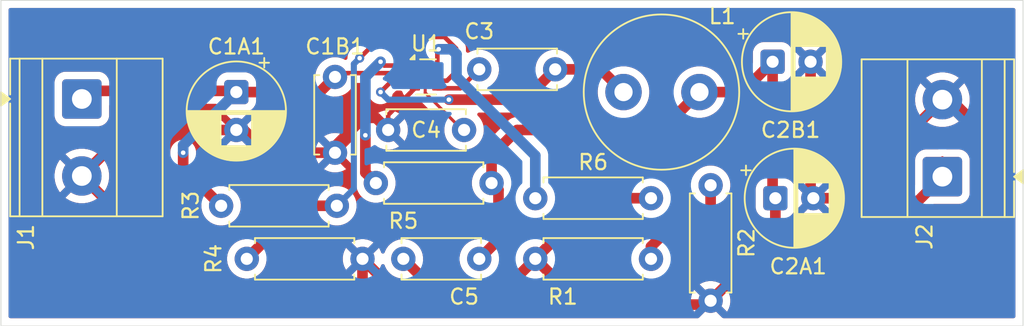
<source format=kicad_pcb>
(kicad_pcb (version 20241229) (generator "pcbnew") (generator_version "9.0")
  (layers (0 "F.Cu" signal) (2 "B.Cu" signal) (13 "F.Paste" user) (15 "B.Paste" user) (5 "F.SilkS" user "F.Silkscreen") (7 "B.SilkS" user "B.Silkscreen") (1 "F.Mask" user) (3 "B.Mask" user) (25 "Edge.Cuts" user))
  (net 0 "")
  (net 1 "GND")
  (net 2 "24V")
  (net 3 "VOUT")
  (net 4 "Net-(U1-SW)")
  (net 5 "Net-(U1-BST)")
  (net 6 "Net-(U1-SS)")
  (net 7 "Net-(C5-Pad1)")
  (net 8 "Net-(U1-EN)")
  (net 9 "Net-(U1-PG)")
  (net 10 "Net-(U1-FB)")
  (footprint "Capacitor_THT:CP_Radial_D6.3mm_P2.50mm" (layer "F.Cu") (at 177.817621 64.5)
    (property "Reference" "C2B1" (at 1.182379 4.5 0) (layer "F.SilkS"))
    (property "Value" "22uF")
    (pad "1" thru_hole roundrect (at 0 0) (size 1.6 1.6) (drill 0.8) (layers "*.Cu" "*.Mask") (roundrect_rratio 0.15625) (net 3 "VOUT"))
    (pad "2" thru_hole circle (at 2.5 0) (size 1.6 1.6) (drill 0.8) (layers "*.Cu" "*.Mask") (net 1 "GND"))
  )
  (footprint "Capacitor_THT:C_Disc_D5.0mm_W2.5mm_P5.00mm" (layer "F.Cu") (at 158.5 65)
    (property "Reference" "C3" (at 0 -2.5 0) (layer "F.SilkS"))
    (property "Value" "0.1uF")
    (pad "1" thru_hole circle (at 0 0) (size 1.6 1.6) (drill 0.8) (layers "*.Cu" "*.Mask") (net 5 "Net-(U1-BST)"))
    (pad "2" thru_hole circle (at 5 0) (size 1.6 1.6) (drill 0.8) (layers "*.Cu" "*.Mask") (net 4 "Net-(U1-SW)"))
  )
  (footprint "Capacitor_THT:CP_Radial_D6.3mm_P2.50mm" (layer "F.Cu") (at 142.5 66.5 -90)
    (property "Reference" "C1A1" (at -3 0 180) (layer "F.SilkS"))
    (property "Value" "22uF")
    (pad "1" thru_hole roundrect (at 0 0 270) (size 1.6 1.6) (drill 0.8) (layers "*.Cu" "*.Mask") (roundrect_rratio 0.15625) (net 2 "24V"))
    (pad "2" thru_hole circle (at 2.5 0 270) (size 1.6 1.6) (drill 0.8) (layers "*.Cu" "*.Mask") (net 1 "GND"))
  )
  (footprint "Package_TO_SOT_SMD:SOT-583-8" (layer "F.Cu") (at 155 65.5)
    (property "Reference" "U1" (at 0 -2.2 0) (layer "F.SilkS"))
    (property "Value" "~")
    (pad "1" smd roundrect (at -0.74 -0.75) (size 0.67 0.3) (layers "F.Cu" "F.Mask" "F.Paste") (roundrect_rratio 0.1666666667) (net 9 "Net-(U1-PG)"))
    (pad "2" smd roundrect (at -0.74 -0.25) (size 0.67 0.3) (layers "F.Cu" "F.Mask" "F.Paste") (roundrect_rratio 0.1666666667) (net 2 "24V"))
    (pad "3" smd roundrect (at -0.74 0.25) (size 0.67 0.3) (layers "F.Cu" "F.Mask" "F.Paste") (roundrect_rratio 0.1666666667) (net 4 "Net-(U1-SW)"))
    (pad "4" smd roundrect (at -0.74 0.75) (size 0.67 0.3) (layers "F.Cu" "F.Mask" "F.Paste") (roundrect_rratio 0.1666666667) (net 1 "GND"))
    (pad "5" smd roundrect (at 0.74 0.75) (size 0.67 0.3) (layers "F.Cu" "F.Mask" "F.Paste") (roundrect_rratio 0.1666666667) (net 5 "Net-(U1-BST)"))
    (pad "6" smd roundrect (at 0.74 0.25) (size 0.67 0.3) (layers "F.Cu" "F.Mask" "F.Paste") (roundrect_rratio 0.1666666667) (net 8 "Net-(U1-EN)"))
    (pad "7" smd roundrect (at 0.74 -0.25) (size 0.67 0.3) (layers "F.Cu" "F.Mask" "F.Paste") (roundrect_rratio 0.1666666667) (net 6 "Net-(U1-SS)"))
    (pad "8" smd roundrect (at 0.74 -0.75) (size 0.67 0.3) (layers "F.Cu" "F.Mask" "F.Paste") (roundrect_rratio 0.1666666667) (net 10 "Net-(U1-FB)"))
  )
  (footprint "Capacitor_THT:C_Disc_D5.0mm_W2.5mm_P5.00mm" (layer "F.Cu") (at 149 65.5 -90)
    (property "Reference" "C1B1" (at -2 0 180) (layer "F.SilkS"))
    (property "Value" "0.1uF")
    (pad "1" thru_hole circle (at 0 0 270) (size 1.6 1.6) (drill 0.8) (layers "*.Cu" "*.Mask") (net 2 "24V"))
    (pad "2" thru_hole circle (at 5 0 270) (size 1.6 1.6) (drill 0.8) (layers "*.Cu" "*.Mask") (net 1 "GND"))
  )
  (footprint "Resistor_THT:R_Axial_DIN0207_L6.3mm_D2.5mm_P7.62mm_Horizontal" (layer "F.Cu") (at 143.19 77.5)
    (property "Reference" "R4" (at -2.19 0 90) (layer "F.SilkS"))
    (property "Value" "49.9k")
    (pad "1" thru_hole circle (at 0 0) (size 1.6 1.6) (drill 0.8) (layers "*.Cu" "*.Mask") (net 8 "Net-(U1-EN)"))
    (pad "2" thru_hole circle (at 7.62 0) (size 1.6 1.6) (drill 0.8) (layers "*.Cu" "*.Mask") (net 1 "GND"))
  )
  (footprint "Resistor_THT:R_Axial_DIN0207_L6.3mm_D2.5mm_P7.62mm_Horizontal" (layer "F.Cu") (at 162.19 73.5)
    (property "Reference" "R6" (at 3.81 -2.37 0) (layer "F.SilkS"))
    (property "Value" "10k")
    (pad "1" thru_hole circle (at 0 0) (size 1.6 1.6) (drill 0.8) (layers "*.Cu" "*.Mask") (net 10 "Net-(U1-FB)"))
    (pad "2" thru_hole circle (at 7.62 0) (size 1.6 1.6) (drill 0.8) (layers "*.Cu" "*.Mask") (net 7 "Net-(C5-Pad1)"))
  )
  (footprint "Resistor_THT:R_Axial_DIN0207_L6.3mm_D2.5mm_P7.62mm_Horizontal" (layer "F.Cu") (at 173.736 72.644 -90)
    (property "Reference" "R2" (at 3.81 -2.37 90) (layer "F.SilkS"))
    (property "Value" "10k")
    (pad "1" thru_hole circle (at 0 0 270) (size 1.6 1.6) (drill 0.8) (layers "*.Cu" "*.Mask") (net 7 "Net-(C5-Pad1)"))
    (pad "2" thru_hole circle (at 7.62 0 270) (size 1.6 1.6) (drill 0.8) (layers "*.Cu" "*.Mask") (net 1 "GND"))
  )
  (footprint "Inductor_THT:L_Radial_D10.0mm_P5.00mm_Neosid_SD12k_style3" (layer "F.Cu") (at 168 66.5)
    (property "Reference" "L1" (at 6.5 -5 0) (layer "F.SilkS"))
    (property "Value" "6.6uH")
    (pad "1" thru_hole circle (at 0 0) (size 2.4 2.4) (drill 1.2) (layers "*.Cu" "*.Mask") (net 4 "Net-(U1-SW)"))
    (pad "2" thru_hole circle (at 5 0) (size 2.4 2.4) (drill 1.2) (layers "*.Cu" "*.Mask") (net 3 "VOUT"))
  )
  (footprint "Capacitor_THT:CP_Radial_D6.3mm_P2.50mm" (layer "F.Cu") (at 178 73.5)
    (property "Reference" "C2A1" (at 1.5 4.5 180) (layer "F.SilkS"))
    (property "Value" "22uF")
    (pad "1" thru_hole roundrect (at 0 0) (size 1.6 1.6) (drill 0.8) (layers "*.Cu" "*.Mask") (roundrect_rratio 0.15625) (net 3 "VOUT"))
    (pad "2" thru_hole circle (at 2.5 0) (size 1.6 1.6) (drill 0.8) (layers "*.Cu" "*.Mask") (net 1 "GND"))
  )
  (footprint "TerminalBlock_Phoenix:TerminalBlock_Phoenix_MKDS-1,5-2-5.08_1x02_P5.08mm_Horizontal" (layer "F.Cu") (at 189 72.08 90)
    (property "Reference" "J2" (at -3.955 -1.1725 90) (layer "F.SilkS"))
    (property "Value" "Screw_Terminal_01x02" (hide yes))
    (pad "1" thru_hole roundrect (at 0 0 90) (size 2.6 2.6) (drill 1.3) (layers "*.Cu" "*.Mask") (roundrect_rratio 0.096154) (net 3 "VOUT"))
    (pad "2" thru_hole circle (at 5.08 0 90) (size 2.6 2.6) (drill 1.3) (layers "*.Cu" "*.Mask") (net 1 "GND"))
  )
  (footprint "Resistor_THT:R_Axial_DIN0207_L6.3mm_D2.5mm_P7.62mm_Horizontal" (layer "F.Cu") (at 141.5 74)
    (property "Reference" "R3" (at -2 0 90) (layer "F.SilkS"))
    (property "Value" "191k")
    (pad "1" thru_hole circle (at 0 0) (size 1.6 1.6) (drill 0.8) (layers "*.Cu" "*.Mask") (net 2 "24V"))
    (pad "2" thru_hole circle (at 7.62 0) (size 1.6 1.6) (drill 0.8) (layers "*.Cu" "*.Mask") (net 8 "Net-(U1-EN)"))
  )
  (footprint "Resistor_THT:R_Axial_DIN0207_L6.3mm_D2.5mm_P7.62mm_Horizontal" (layer "F.Cu") (at 162.19 77.5)
    (property "Reference" "R1" (at 1.81 2.5 0) (layer "F.SilkS"))
    (property "Value" "90.9k")
    (pad "1" thru_hole circle (at 0 0) (size 1.6 1.6) (drill 0.8) (layers "*.Cu" "*.Mask") (net 7 "Net-(C5-Pad1)"))
    (pad "2" thru_hole circle (at 7.62 0) (size 1.6 1.6) (drill 0.8) (layers "*.Cu" "*.Mask") (net 3 "VOUT"))
  )
  (footprint "Capacitor_THT:C_Disc_D5.0mm_W2.5mm_P5.00mm" (layer "F.Cu") (at 153.5 77.5)
    (property "Reference" "C5" (at 4 2.5 0) (layer "F.SilkS"))
    (property "Value" "300pF")
    (pad "1" thru_hole circle (at 0 0) (size 1.6 1.6) (drill 0.8) (layers "*.Cu" "*.Mask") (net 7 "Net-(C5-Pad1)"))
    (pad "2" thru_hole circle (at 5 0) (size 1.6 1.6) (drill 0.8) (layers "*.Cu" "*.Mask") (net 3 "VOUT"))
  )
  (footprint "TerminalBlock_Phoenix:TerminalBlock_Phoenix_MKDS-1,5-2-5.08_1x02_P5.08mm_Horizontal" (layer "F.Cu") (at 132.3275 66.955 -90)
    (property "Reference" "J1" (at 9.118 3.6765 90) (layer "F.SilkS"))
    (property "Value" "Screw_Terminal_01x02" (hide yes))
    (pad "1" thru_hole roundrect (at 0 0 270) (size 2.6 2.6) (drill 1.3) (layers "*.Cu" "*.Mask") (roundrect_rratio 0.096154) (net 2 "24V"))
    (pad "2" thru_hole circle (at 5.08 0 270) (size 2.6 2.6) (drill 1.3) (layers "*.Cu" "*.Mask") (net 1 "GND"))
  )
  (footprint "Capacitor_THT:C_Disc_D5.0mm_W2.5mm_P5.00mm" (layer "F.Cu") (at 157.5 69 180)
    (property "Reference" "C4" (at 2.5 0 0) (layer "F.SilkS"))
    (property "Value" "22nF")
    (pad "1" thru_hole circle (at 0 0 180) (size 1.6 1.6) (drill 0.8) (layers "*.Cu" "*.Mask") (net 6 "Net-(U1-SS)"))
    (pad "2" thru_hole circle (at 5 0 180) (size 1.6 1.6) (drill 0.8) (layers "*.Cu" "*.Mask") (net 1 "GND"))
  )
  (footprint "Resistor_THT:R_Axial_DIN0207_L6.3mm_D2.5mm_P7.62mm_Horizontal" (layer "F.Cu") (at 151.69 72.5)
    (property "Reference" "R5" (at 1.81 2.5 0) (layer "F.SilkS"))
    (property "Value" "10k")
    (pad "1" thru_hole circle (at 0 0) (size 1.6 1.6) (drill 0.8) (layers "*.Cu" "*.Mask") (net 9 "Net-(U1-PG)"))
    (pad "2" thru_hole circle (at 7.62 0) (size 1.6 1.6) (drill 0.8) (layers "*.Cu" "*.Mask") (net 3 "VOUT"))
  )
  (gr_poly (pts (xy 127 60.452) (xy 194.31 60.452) (xy 194.31 81.915) (xy 127 81.915)) (stroke (width 0.05)) (fill no) (layer "Edge.Cuts"))
  (segment (start 142.5 69) (end 143 69) (width 0.7) (layer "F.Cu") (net 1))
  (segment (start 182.5 73.5) (end 189 67) (width 0.7) (layer "F.Cu") (net 1))
  (segment (start 180.5 73.5) (end 182.5 73.5) (width 0.7) (layer "F.Cu") (net 1))
  (segment (start 143 69) (end 144.5 70.5) (width 0.7) (layer "F.Cu") (net 1))
  (segment (start 153.828 80.518) (end 173.482 80.518) (width 0.7) (layer "F.Cu") (net 1))
  (segment (start 191.516 68.961) (end 189.555 67) (width 0.7) (layer "F.Cu") (net 1))
  (segment (start 152.5 68.01) (end 152.5 69) (width 0.3) (layer "F.Cu") (net 1))
  (segment (start 149 70.5) (end 149 70.074324) (width 0.7) (layer "F.Cu") (net 1))
  (segment (start 149 70.074324) (end 150.874323 68.200001) (width 0.7) (layer "F.Cu") (net 1))
  (segment (start 132.3275 72.035) (end 140.6835 80.391) (width 0.7) (layer "F.Cu") (net 1))
  (segment (start 186.944 77.978) (end 191.516 73.406) (width 0.7) (layer "F.Cu") (net 1))
  (segment (start 140.6835 80.391) (end 149.86 80.391) (width 0.7) (layer "F.Cu") (net 1))
  (segment (start 191.516 73.406) (end 191.516 68.961) (width 0.7) (layer "F.Cu") (net 1))
  (segment (start 173.736 80.264) (end 176.022 77.978) (width 0.7) (layer "F.Cu") (net 1))
  (segment (start 150.81 77.5) (end 153.828 80.518) (width 0.7) (layer "F.Cu") (net 1))
  (segment (start 180.317621 64.5) (end 180.317621 73.317621) (width 0.7) (layer "F.Cu") (net 1))
  (segment (start 132.3275 72.035) (end 135.3625 69) (width 0.7) (layer "F.Cu") (net 1))
  (segment (start 154.26 66.25) (end 152.5 68.01) (width 0.3) (layer "F.Cu") (net 1))
  (segment (start 173.736 80.264) (end 173.863 80.137) (width 0.7) (layer "F.Cu") (net 1))
  (segment (start 176.022 77.978) (end 186.944 77.978) (width 0.7) (layer "F.Cu") (net 1))
  (segment (start 150.874323 68.200001) (end 151.700001 68.200001) (width 0.7) (layer "F.Cu") (net 1))
  (segment (start 151.700001 68.200001) (end 152.5 69) (width 0.7) (layer "F.Cu") (net 1))
  (segment (start 135.3625 69) (end 142.5 69) (width 0.7) (layer "F.Cu") (net 1))
  (segment (start 149.86 80.391) (end 150.81 79.441) (width 0.7) (layer "F.Cu") (net 1))
  (segment (start 189.555 67) (end 189 67) (width 0.7) (layer "F.Cu") (net 1))
  (segment (start 180.5 73.5) (end 180.901 73.901) (width 0.2) (layer "F.Cu") (net 1))
  (segment (start 173.482 80.518) (end 173.736 80.264) (width 0.7) (layer "F.Cu") (net 1))
  (segment (start 144.5 70.5) (end 149 70.5) (width 0.7) (layer "F.Cu") (net 1))
  (segment (start 180.317621 73.317621) (end 180.5 73.5) (width 0.7) (layer "F.Cu") (net 1))
  (segment (start 150.81 79.441) (end 150.81 77.5) (width 0.7) (layer "F.Cu") (net 1))
  (segment (start 132.8615 66.421) (end 142.421 66.421) (width 0.7) (layer "F.Cu") (net 2))
  (segment (start 154.26 65.25) (end 149.25 65.25) (width 0.3) (layer "F.Cu") (net 2))
  (segment (start 141.5 74) (end 139 71.5) (width 0.7) (layer "F.Cu") (net 2))
  (segment (start 132.3275 66.955) (end 132.8615 66.421) (width 0.7) (layer "F.Cu") (net 2))
  (segment (start 149.25 65.25) (end 149 65.5) (width 0.3) (layer "F.Cu") (net 2))
  (segment (start 148 66.5) (end 149 65.5) (width 0.7) (layer "F.Cu") (net 2))
  (segment (start 142.421 66.421) (end 142.5 66.5) (width 0.7) (layer "F.Cu") (net 2))
  (segment (start 139 71.5) (end 139 70.5) (width 0.7) (layer "F.Cu") (net 2))
  (segment (start 142.5 66.5) (end 148 66.5) (width 0.7) (layer "F.Cu") (net 2))
  (via (at 139 70.5) (size 0.6) (drill 0.3) (layers "F.Cu" "B.Cu") (net 2))
  (segment (start 139 70) (end 142.5 66.5) (width 0.7) (layer "B.Cu") (net 2))
  (segment (start 139 70.5) (end 139 70) (width 0.7) (layer "B.Cu") (net 2))
  (segment (start 158.5 77.5) (end 159.766 76.234) (width 0.7) (layer "F.Cu") (net 3))
  (segment (start 184.58 76.5) (end 189 72.08) (width 0.7) (layer "F.Cu") (net 3))
  (segment (start 177.817621 64.5) (end 177.817621 73.317621) (width 0.7) (layer "F.Cu") (net 3))
  (segment (start 173 66.5) (end 170.5 69) (width 0.7) (layer "F.Cu") (net 3))
  (segment (start 161 69) (end 159.31 70.69) (width 0.7) (layer "F.Cu") (net 3))
  (segment (start 171.5 75) (end 171.5 68) (width 0.7) (layer "F.Cu") (net 3))
  (segment (start 173 66.5) (end 175.817621 66.5) (width 0.7) (layer "F.Cu") (net 3))
  (segment (start 175.817621 66.5) (end 177.817621 64.5) (width 0.7) (layer "F.Cu") (net 3))
  (segment (start 171.5 68) (end 173 66.5) (width 0.7) (layer "F.Cu") (net 3))
  (segment (start 178 75) (end 179.5 76.5) (width 0.7) (layer "F.Cu") (net 3))
  (segment (start 169.81 77.5) (end 169.81 76.69) (width 0.7) (layer "F.Cu") (net 3))
  (segment (start 170.5 69) (end 161 69) (width 0.7) (layer "F.Cu") (net 3))
  (segment (start 159.31 70.69) (end 159.31 72.5) (width 0.7) (layer "F.Cu") (net 3))
  (segment (start 159.766 72.956) (end 159.31 72.5) (width 0.7) (layer "F.Cu") (net 3))
  (segment (start 178 73.5) (end 178 75) (width 0.7) (layer "F.Cu") (net 3))
  (segment (start 179.5 76.5) (end 184.58 76.5) (width 0.7) (layer "F.Cu") (net 3))
  (segment (start 189 70.8275) (end 189 72.08) (width 0.2) (layer "F.Cu") (net 3))
  (segment (start 169.81 76.69) (end 171.5 75) (width 0.7) (layer "F.Cu") (net 3))
  (segment (start 177.817621 73.317621) (end 178 73.5) (width 0.7) (layer "F.Cu") (net 3))
  (segment (start 159.766 76.234) (end 159.766 72.956) (width 0.7) (layer "F.Cu") (net 3))
  (segment (start 166.5 65) (end 168 66.5) (width 0.7) (layer "F.Cu") (net 4))
  (segment (start 154.049 65.75) (end 154 65.701) (width 0.2) (layer "F.Cu") (net 4))
  (segment (start 152.75 65.75) (end 154.26 65.75) (width 0.3) (layer "F.Cu") (net 4))
  (segment (start 161.5 67) (end 156.5 67) (width 0.7) (layer "F.Cu") (net 4))
  (segment (start 152 66.5) (end 152.75 65.75) (width 0.3) (layer "F.Cu") (net 4))
  (segment (start 163.5 65) (end 166.5 65) (width 0.7) (layer "F.Cu") (net 4))
  (segment (start 163.5 65) (end 161.5 67) (width 0.7) (layer "F.Cu") (net 4))
  (segment (start 154.26 65.75) (end 154.049 65.75) (width 0.2) (layer "F.Cu") (net 4))
  (via (at 152 66.5) (size 0.6) (drill 0.3) (layers "F.Cu" "B.Cu") (net 4))
  (via (at 156.5 67) (size 0.6) (drill 0.3) (layers "F.Cu" "B.Cu") (net 4))
  (segment (start 152.5 67) (end 152 66.5) (width 0.4) (layer "B.Cu") (net 4))
  (segment (start 156.5 67) (end 152.5 67) (width 0.4) (layer "B.Cu") (net 4))
  (segment (start 157.25 66.25) (end 158.5 65) (width 0.3) (layer "F.Cu") (net 5))
  (segment (start 155.74 66.25) (end 157.25 66.25) (width 0.3) (layer "F.Cu") (net 5))
  (segment (start 155.357226 65.25) (end 154.94 65.667226) (width 0.2) (layer "F.Cu") (net 6))
  (segment (start 157.392 69) (end 157.5 69) (width 0.2) (layer "F.Cu") (net 6))
  (segment (start 155.74 65.25) (end 155.357226 65.25) (width 0.2) (layer "F.Cu") (net 6))
  (segment (start 154.94 65.667226) (end 154.94 66.548) (width 0.2) (layer "F.Cu") (net 6))
  (segment (start 154.94 66.548) (end 157.392 69) (width 0.2) (layer "F.Cu") (net 6))
  (segment (start 165.356 79.5) (end 165.354 79.502) (width 0.7) (layer "F.Cu") (net 7))
  (segment (start 166.19 73.5) (end 162.19 77.5) (width 0.7) (layer "F.Cu") (net 7))
  (segment (start 173.736 72.644) (end 173.736 76.764) (width 0.7) (layer "F.Cu") (net 7))
  (segment (start 160.19 79.5) (end 162.19 77.5) (width 0.7) (layer "F.Cu") (net 7))
  (segment (start 173.736 76.764) (end 171 79.5) (width 0.7) (layer "F.Cu") (net 7))
  (segment (start 171 79.5) (end 165.356 79.5) (width 0.7) (layer "F.Cu") (net 7))
  (segment (start 165.354 79.502) (end 164.192 79.502) (width 0.7) (layer "F.Cu") (net 7))
  (segment (start 169.81 73.5) (end 166.19 73.5) (width 0.7) (layer "F.Cu") (net 7))
  (segment (start 153.5 77.5) (end 155.5 79.5) (width 0.7) (layer "F.Cu") (net 7))
  (segment (start 164.192 79.502) (end 162.19 77.5) (width 0.7) (layer "F.Cu") (net 7))
  (segment (start 155.5 79.5) (end 160.19 79.5) (width 0.7) (layer "F.Cu") (net 7))
  (segment (start 146.69 74) (end 143.19 77.5) (width 0.7) (layer "F.Cu") (net 8))
  (segment (start 150.622 64.262) (end 152.019 62.865) (width 0.3) (layer "F.Cu") (net 8))
  (segment (start 156.972 65.151) (end 156.373 65.75) (width 0.3) (layer "F.Cu") (net 8))
  (segment (start 156.972 63.627) (end 156.972 65.151) (width 0.3) (layer "F.Cu") (net 8))
  (segment (start 149.12 74) (end 146.69 74) (width 0.7) (layer "F.Cu") (net 8))
  (segment (start 152.019 62.865) (end 156.21 62.865) (width 0.3) (layer "F.Cu") (net 8))
  (segment (start 156.373 65.75) (end 155.74 65.75) (width 0.3) (layer "F.Cu") (net 8))
  (segment (start 156.21 62.865) (end 156.972 63.627) (width 0.3) (layer "F.Cu") (net 8))
  (via (at 150.622 64.262) (size 0.6) (drill 0.3) (layers "F.Cu" "B.Cu") (net 8))
  (segment (start 150.622 64.262) (end 150.241 64.643) (width 0.4) (layer "B.Cu") (net 8))
  (segment (start 150.241 64.643) (end 150.241 72.879) (width 0.4) (layer "B.Cu") (net 8))
  (segment (start 150.241 72.879) (end 149.12 74) (width 0.4) (layer "B.Cu") (net 8))
  (segment (start 151 71.81) (end 151.69 72.5) (width 0.7) (layer "F.Cu") (net 9))
  (segment (start 152.25 64.75) (end 154.26 64.75) (width 0.3) (layer "F.Cu") (net 9))
  (segment (start 151 69.34853) (end 151 71.81) (width 0.7) (layer "F.Cu") (net 9))
  (segment (start 152 64.5) (end 152.25 64.75) (width 0.3) (layer "F.Cu") (net 9))
  (via (at 151 69.34853) (size 0.6) (drill 0.3) (layers "F.Cu" "B.Cu") (net 9))
  (via (at 152 64.5) (size 0.6) (drill 0.3) (layers "F.Cu" "B.Cu") (net 9))
  (segment (start 151 65.5) (end 152 64.5) (width 0.7) (layer "B.Cu") (net 9))
  (segment (start 151 69.34853) (end 151 65.5) (width 0.7) (layer "B.Cu") (net 9))
  (segment (start 155.74 63.76) (end 155.825735 63.674265) (width 0.3) (layer "F.Cu") (net 10))
  (segment (start 155.74 64.75) (end 155.74 63.76) (width 0.3) (layer "F.Cu") (net 10))
  (via (at 155.825735 63.674265) (size 0.6) (drill 0.3) (layers "F.Cu" "B.Cu") (net 10))
  (segment (start 156.674265 63.674265) (end 157 64) (width 0.7) (layer "B.Cu") (net 10))
  (segment (start 157 64) (end 157 65.5) (width 0.7) (layer "B.Cu") (net 10))
  (segment (start 155.825735 63.674265) (end 156.674265 63.674265) (width 0.7) (layer "B.Cu") (net 10))
  (segment (start 157 65.5) (end 162.19 70.69) (width 0.7) (layer "B.Cu") (net 10))
  (segment (start 162.19 70.69) (end 162.19 73.5) (width 0.7) (layer "B.Cu") (net 10))
  (zone (net 1) (net_name "GND") (layers "F.Cu" "B.Cu") (connect_pads (clearance 0.5)) (min_thickness 0.25) (fill yes (thermal_gap 0.5) (thermal_bridge_width 0.5))
    (polygon (pts (xy 127 60.452) (xy 127 81.915) (xy 194.31 81.915) (xy 194.31 60.452)))
  )
)
</source>
